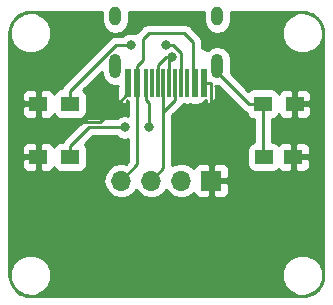
<source format=gtl>
G04 #@! TF.GenerationSoftware,KiCad,Pcbnew,(5.0.2)-1*
G04 #@! TF.CreationDate,2019-01-03T01:23:23-08:00*
G04 #@! TF.ProjectId,usb breakouts,75736220-6272-4656-916b-6f7574732e6b,rev?*
G04 #@! TF.SameCoordinates,Original*
G04 #@! TF.FileFunction,Copper,L1,Top*
G04 #@! TF.FilePolarity,Positive*
%FSLAX46Y46*%
G04 Gerber Fmt 4.6, Leading zero omitted, Abs format (unit mm)*
G04 Created by KiCad (PCBNEW (5.0.2)-1) date 1/3/2019 1:23:23 AM*
%MOMM*%
%LPD*%
G01*
G04 APERTURE LIST*
G04 #@! TA.AperFunction,SMDPad,CuDef*
%ADD10R,1.500000X1.250000*%
G04 #@! TD*
G04 #@! TA.AperFunction,ComponentPad*
%ADD11O,1.700000X1.700000*%
G04 #@! TD*
G04 #@! TA.AperFunction,ComponentPad*
%ADD12R,1.700000X1.700000*%
G04 #@! TD*
G04 #@! TA.AperFunction,SMDPad,CuDef*
%ADD13R,1.500000X1.300000*%
G04 #@! TD*
G04 #@! TA.AperFunction,ComponentPad*
%ADD14O,1.000000X1.600000*%
G04 #@! TD*
G04 #@! TA.AperFunction,ComponentPad*
%ADD15O,1.000000X2.100000*%
G04 #@! TD*
G04 #@! TA.AperFunction,SMDPad,CuDef*
%ADD16R,0.300000X2.450000*%
G04 #@! TD*
G04 #@! TA.AperFunction,SMDPad,CuDef*
%ADD17R,0.600000X2.450000*%
G04 #@! TD*
G04 #@! TA.AperFunction,ViaPad*
%ADD18C,0.800000*%
G04 #@! TD*
G04 #@! TA.AperFunction,Conductor*
%ADD19C,0.250000*%
G04 #@! TD*
G04 #@! TA.AperFunction,Conductor*
%ADD20C,0.254000*%
G04 #@! TD*
G04 APERTURE END LIST*
D10*
G04 #@! TO.P,C_SHIELD1,2*
G04 #@! TO.N,GND*
X24750000Y-13000000D03*
G04 #@! TO.P,C_SHIELD1,1*
G04 #@! TO.N,Net-(C_SHIELD1-Pad1)*
X22250000Y-13000000D03*
G04 #@! TD*
D11*
G04 #@! TO.P,J1,4*
G04 #@! TO.N,VCC*
X10180000Y-15000000D03*
G04 #@! TO.P,J1,3*
G04 #@! TO.N,Net-(J1-Pad3)*
X12720000Y-15000000D03*
G04 #@! TO.P,J1,2*
G04 #@! TO.N,Net-(J1-Pad2)*
X15260000Y-15000000D03*
D12*
G04 #@! TO.P,J1,1*
G04 #@! TO.N,GND*
X17800000Y-15000000D03*
G04 #@! TD*
D13*
G04 #@! TO.P,R_SHIELD1,2*
G04 #@! TO.N,GND*
X24850000Y-8500000D03*
G04 #@! TO.P,R_SHIELD1,1*
G04 #@! TO.N,Net-(C_SHIELD1-Pad1)*
X22150000Y-8500000D03*
G04 #@! TD*
G04 #@! TO.P,R_USB1,2*
G04 #@! TO.N,Net-(R_USB1-Pad2)*
X5850000Y-8500000D03*
G04 #@! TO.P,R_USB1,1*
G04 #@! TO.N,GND*
X3150000Y-8500000D03*
G04 #@! TD*
G04 #@! TO.P,R_USB2,1*
G04 #@! TO.N,GND*
X3150000Y-13000000D03*
G04 #@! TO.P,R_USB2,2*
G04 #@! TO.N,Net-(R_USB2-Pad2)*
X5850000Y-13000000D03*
G04 #@! TD*
D14*
G04 #@! TO.P,USB1,13*
G04 #@! TO.N,Net-(C_SHIELD1-Pad1)*
X9680000Y-1100000D03*
X18320000Y-1100000D03*
D15*
X9680000Y-5280000D03*
X18320000Y-5280000D03*
D16*
G04 #@! TO.P,USB1,6*
G04 #@! TO.N,Net-(J1-Pad2)*
X14250000Y-6695000D03*
G04 #@! TO.P,USB1,7*
G04 #@! TO.N,Net-(J1-Pad3)*
X13750000Y-6695000D03*
G04 #@! TO.P,USB1,8*
G04 #@! TO.N,Net-(J1-Pad2)*
X13250000Y-6695000D03*
G04 #@! TO.P,USB1,5*
G04 #@! TO.N,Net-(J1-Pad3)*
X14750000Y-6695000D03*
G04 #@! TO.P,USB1,9*
G04 #@! TO.N,Net-(USB1-Pad9)*
X12750000Y-6695000D03*
G04 #@! TO.P,USB1,4*
G04 #@! TO.N,Net-(R_USB1-Pad2)*
X15250000Y-6695000D03*
G04 #@! TO.P,USB1,10*
G04 #@! TO.N,Net-(R_USB2-Pad2)*
X12250000Y-6695000D03*
G04 #@! TO.P,USB1,3*
G04 #@! TO.N,Net-(USB1-Pad3)*
X15750000Y-6695000D03*
D17*
G04 #@! TO.P,USB1,2*
G04 #@! TO.N,VCC*
X16450000Y-6695000D03*
G04 #@! TO.P,USB1,11*
X11550000Y-6695000D03*
G04 #@! TO.P,USB1,1*
G04 #@! TO.N,GND*
X17225000Y-6695000D03*
G04 #@! TO.P,USB1,12*
X10775000Y-6695000D03*
G04 #@! TD*
D18*
G04 #@! TO.N,Net-(J1-Pad2)*
X14500000Y-4500000D03*
G04 #@! TO.N,Net-(R_USB1-Pad2)*
X14000000Y-3500000D03*
X11000000Y-3500000D03*
G04 #@! TO.N,Net-(R_USB2-Pad2)*
X12500000Y-10500000D03*
X10500000Y-10500000D03*
G04 #@! TD*
D19*
G04 #@! TO.N,GND*
X17800000Y-13900000D02*
X17800000Y-15000000D01*
X17800000Y-6720000D02*
X17800000Y-13900000D01*
X17775000Y-6695000D02*
X17800000Y-6720000D01*
X17225000Y-6695000D02*
X17775000Y-6695000D01*
X10775000Y-7620000D02*
X10775000Y-6695000D01*
X8395000Y-10000000D02*
X10775000Y-7620000D01*
X3750000Y-10000000D02*
X8395000Y-10000000D01*
X3150000Y-9400000D02*
X3750000Y-10000000D01*
X3150000Y-8500000D02*
X3150000Y-9400000D01*
G04 #@! TO.N,Net-(C_SHIELD1-Pad1)*
X21150000Y-8500000D02*
X22150000Y-8500000D01*
X20990000Y-8500000D02*
X21150000Y-8500000D01*
X18320000Y-5830000D02*
X20990000Y-8500000D01*
X18320000Y-5280000D02*
X18320000Y-5830000D01*
X22150000Y-12900000D02*
X22250000Y-13000000D01*
X22150000Y-8500000D02*
X22150000Y-12900000D01*
G04 #@! TO.N,Net-(J1-Pad3)*
X12720000Y-15000000D02*
X13750000Y-13970000D01*
X13750000Y-9170000D02*
X13750000Y-9500000D01*
X14750000Y-8170000D02*
X13750000Y-9170000D01*
X14750000Y-6695000D02*
X14750000Y-8170000D01*
X13750000Y-13970000D02*
X13750000Y-9500000D01*
X13750000Y-9500000D02*
X13750000Y-6695000D01*
G04 #@! TO.N,Net-(J1-Pad2)*
X14250000Y-6695000D02*
X14250000Y-4750000D01*
X14250000Y-4750000D02*
X14500000Y-4500000D01*
X13250000Y-5220000D02*
X13250000Y-6695000D01*
X13250000Y-5184315D02*
X13250000Y-5220000D01*
X13934315Y-4500000D02*
X13250000Y-5184315D01*
X14500000Y-4500000D02*
X13934315Y-4500000D01*
G04 #@! TO.N,Net-(R_USB1-Pad2)*
X14573002Y-3500000D02*
X14000000Y-3500000D01*
X15250000Y-6695000D02*
X15250000Y-4176998D01*
X15250000Y-4176998D02*
X14573002Y-3500000D01*
X5850000Y-7600000D02*
X5850000Y-8500000D01*
X5850000Y-7393260D02*
X5850000Y-7600000D01*
X9743260Y-3500000D02*
X5850000Y-7393260D01*
X11000000Y-3500000D02*
X9743260Y-3500000D01*
G04 #@! TO.N,Net-(R_USB2-Pad2)*
X12500000Y-8420000D02*
X12500000Y-10500000D01*
X12250000Y-6695000D02*
X12250000Y-8170000D01*
X12250000Y-8170000D02*
X12500000Y-8420000D01*
X5850000Y-12100000D02*
X5850000Y-13000000D01*
X7450000Y-10500000D02*
X5850000Y-12100000D01*
X10500000Y-10500000D02*
X7450000Y-10500000D01*
G04 #@! TO.N,VCC*
X16239999Y-6484999D02*
X16239999Y-3239999D01*
X16450000Y-6695000D02*
X16239999Y-6484999D01*
X16239999Y-3239999D02*
X15500000Y-2500000D01*
X15500000Y-2500000D02*
X12500000Y-2500000D01*
X12500000Y-2500000D02*
X12000000Y-3000000D01*
X11550000Y-5272002D02*
X11550000Y-6695000D01*
X12000000Y-4822002D02*
X11550000Y-5272002D01*
X12000000Y-3000000D02*
X12000000Y-4822002D01*
X11550000Y-13630000D02*
X11550000Y-6695000D01*
X10180000Y-15000000D02*
X11550000Y-13630000D01*
G04 #@! TD*
D20*
G04 #@! TO.N,GND*
G36*
X8545000Y-1511782D02*
X8610854Y-1842854D01*
X8861711Y-2218289D01*
X9237145Y-2469146D01*
X9680000Y-2557235D01*
X10122854Y-2469146D01*
X10498289Y-2218289D01*
X10749146Y-1842855D01*
X10815000Y-1511783D01*
X10815000Y-710000D01*
X17185000Y-710000D01*
X17185000Y-1511782D01*
X17250854Y-1842854D01*
X17501711Y-2218289D01*
X17877145Y-2469146D01*
X18320000Y-2557235D01*
X18762854Y-2469146D01*
X19138289Y-2218289D01*
X19180652Y-2154887D01*
X23765000Y-2154887D01*
X23765000Y-2845113D01*
X24029138Y-3482799D01*
X24517201Y-3970862D01*
X25154887Y-4235000D01*
X25845113Y-4235000D01*
X26482799Y-3970862D01*
X26970862Y-3482799D01*
X27235000Y-2845113D01*
X27235000Y-2154887D01*
X26970862Y-1517201D01*
X26482799Y-1029138D01*
X25845113Y-765000D01*
X25154887Y-765000D01*
X24517201Y-1029138D01*
X24029138Y-1517201D01*
X23765000Y-2154887D01*
X19180652Y-2154887D01*
X19389146Y-1842855D01*
X19455000Y-1511783D01*
X19455000Y-710000D01*
X25455335Y-710000D01*
X25943752Y-771701D01*
X26359620Y-936355D01*
X26721476Y-1199259D01*
X27006581Y-1543891D01*
X27197024Y-1948604D01*
X27287172Y-2421175D01*
X27290000Y-2511163D01*
X27290001Y-22955320D01*
X27228299Y-23443751D01*
X27063646Y-23859618D01*
X26800741Y-24221477D01*
X26456105Y-24506583D01*
X26051395Y-24697024D01*
X25578825Y-24787172D01*
X25488837Y-24790000D01*
X2544673Y-24790000D01*
X2056249Y-24728299D01*
X1640382Y-24563646D01*
X1278523Y-24300741D01*
X993417Y-23956105D01*
X802976Y-23551395D01*
X712828Y-23078825D01*
X710000Y-22988837D01*
X710000Y-22654887D01*
X765000Y-22654887D01*
X765000Y-23345113D01*
X1029138Y-23982799D01*
X1517201Y-24470862D01*
X2154887Y-24735000D01*
X2845113Y-24735000D01*
X3482799Y-24470862D01*
X3970862Y-23982799D01*
X4235000Y-23345113D01*
X4235000Y-22654887D01*
X23765000Y-22654887D01*
X23765000Y-23345113D01*
X24029138Y-23982799D01*
X24517201Y-24470862D01*
X25154887Y-24735000D01*
X25845113Y-24735000D01*
X26482799Y-24470862D01*
X26970862Y-23982799D01*
X27235000Y-23345113D01*
X27235000Y-22654887D01*
X26970862Y-22017201D01*
X26482799Y-21529138D01*
X25845113Y-21265000D01*
X25154887Y-21265000D01*
X24517201Y-21529138D01*
X24029138Y-22017201D01*
X23765000Y-22654887D01*
X4235000Y-22654887D01*
X3970862Y-22017201D01*
X3482799Y-21529138D01*
X2845113Y-21265000D01*
X2154887Y-21265000D01*
X1517201Y-21529138D01*
X1029138Y-22017201D01*
X765000Y-22654887D01*
X710000Y-22654887D01*
X710000Y-13285750D01*
X1765000Y-13285750D01*
X1765000Y-13776310D01*
X1861673Y-14009699D01*
X2040302Y-14188327D01*
X2273691Y-14285000D01*
X2864250Y-14285000D01*
X3023000Y-14126250D01*
X3023000Y-13127000D01*
X1923750Y-13127000D01*
X1765000Y-13285750D01*
X710000Y-13285750D01*
X710000Y-12223690D01*
X1765000Y-12223690D01*
X1765000Y-12714250D01*
X1923750Y-12873000D01*
X3023000Y-12873000D01*
X3023000Y-11873750D01*
X2864250Y-11715000D01*
X2273691Y-11715000D01*
X2040302Y-11811673D01*
X1861673Y-11990301D01*
X1765000Y-12223690D01*
X710000Y-12223690D01*
X710000Y-8785750D01*
X1765000Y-8785750D01*
X1765000Y-9276310D01*
X1861673Y-9509699D01*
X2040302Y-9688327D01*
X2273691Y-9785000D01*
X2864250Y-9785000D01*
X3023000Y-9626250D01*
X3023000Y-8627000D01*
X1923750Y-8627000D01*
X1765000Y-8785750D01*
X710000Y-8785750D01*
X710000Y-7723690D01*
X1765000Y-7723690D01*
X1765000Y-8214250D01*
X1923750Y-8373000D01*
X3023000Y-8373000D01*
X3023000Y-7373750D01*
X3277000Y-7373750D01*
X3277000Y-8373000D01*
X3297000Y-8373000D01*
X3297000Y-8627000D01*
X3277000Y-8627000D01*
X3277000Y-9626250D01*
X3435750Y-9785000D01*
X4026309Y-9785000D01*
X4259698Y-9688327D01*
X4438327Y-9509699D01*
X4496279Y-9369791D01*
X4501843Y-9397765D01*
X4642191Y-9607809D01*
X4852235Y-9748157D01*
X5100000Y-9797440D01*
X6600000Y-9797440D01*
X6847765Y-9748157D01*
X7057809Y-9607809D01*
X7198157Y-9397765D01*
X7247440Y-9150000D01*
X7247440Y-7850000D01*
X7198157Y-7602235D01*
X7057809Y-7392191D01*
X6978718Y-7339343D01*
X8545000Y-5773062D01*
X8545000Y-5941782D01*
X8610854Y-6272854D01*
X8861711Y-6648289D01*
X9237145Y-6899146D01*
X9680000Y-6987235D01*
X9871633Y-6949117D01*
X9840000Y-6980750D01*
X9840000Y-8046310D01*
X9936673Y-8279699D01*
X10115302Y-8458327D01*
X10348691Y-8555000D01*
X10489250Y-8555000D01*
X10648000Y-8396250D01*
X10648000Y-8148445D01*
X10651843Y-8167765D01*
X10790001Y-8374531D01*
X10790001Y-9499846D01*
X10705874Y-9465000D01*
X10294126Y-9465000D01*
X9913720Y-9622569D01*
X9796289Y-9740000D01*
X7524848Y-9740000D01*
X7450000Y-9725112D01*
X7375152Y-9740000D01*
X7375148Y-9740000D01*
X7201605Y-9774520D01*
X7153462Y-9784096D01*
X7001098Y-9885903D01*
X6902071Y-9952071D01*
X6859671Y-10015527D01*
X5365530Y-11509669D01*
X5302071Y-11552071D01*
X5201518Y-11702560D01*
X5100000Y-11702560D01*
X4852235Y-11751843D01*
X4642191Y-11892191D01*
X4501843Y-12102235D01*
X4496279Y-12130209D01*
X4438327Y-11990301D01*
X4259698Y-11811673D01*
X4026309Y-11715000D01*
X3435750Y-11715000D01*
X3277000Y-11873750D01*
X3277000Y-12873000D01*
X3297000Y-12873000D01*
X3297000Y-13127000D01*
X3277000Y-13127000D01*
X3277000Y-14126250D01*
X3435750Y-14285000D01*
X4026309Y-14285000D01*
X4259698Y-14188327D01*
X4438327Y-14009699D01*
X4496279Y-13869791D01*
X4501843Y-13897765D01*
X4642191Y-14107809D01*
X4852235Y-14248157D01*
X5100000Y-14297440D01*
X6600000Y-14297440D01*
X6847765Y-14248157D01*
X7057809Y-14107809D01*
X7198157Y-13897765D01*
X7247440Y-13650000D01*
X7247440Y-12350000D01*
X7198157Y-12102235D01*
X7087770Y-11937031D01*
X7764802Y-11260000D01*
X9796289Y-11260000D01*
X9913720Y-11377431D01*
X10294126Y-11535000D01*
X10705874Y-11535000D01*
X10790000Y-11500154D01*
X10790000Y-13315198D01*
X10546408Y-13558791D01*
X10326256Y-13515000D01*
X10033744Y-13515000D01*
X9600582Y-13601161D01*
X9109375Y-13929375D01*
X8781161Y-14420582D01*
X8665908Y-15000000D01*
X8781161Y-15579418D01*
X9109375Y-16070625D01*
X9600582Y-16398839D01*
X10033744Y-16485000D01*
X10326256Y-16485000D01*
X10759418Y-16398839D01*
X11250625Y-16070625D01*
X11450000Y-15772239D01*
X11649375Y-16070625D01*
X12140582Y-16398839D01*
X12573744Y-16485000D01*
X12866256Y-16485000D01*
X13299418Y-16398839D01*
X13790625Y-16070625D01*
X13990000Y-15772239D01*
X14189375Y-16070625D01*
X14680582Y-16398839D01*
X15113744Y-16485000D01*
X15406256Y-16485000D01*
X15839418Y-16398839D01*
X16330625Y-16070625D01*
X16345096Y-16048967D01*
X16411673Y-16209698D01*
X16590301Y-16388327D01*
X16823690Y-16485000D01*
X17514250Y-16485000D01*
X17673000Y-16326250D01*
X17673000Y-15127000D01*
X17927000Y-15127000D01*
X17927000Y-16326250D01*
X18085750Y-16485000D01*
X18776310Y-16485000D01*
X19009699Y-16388327D01*
X19188327Y-16209698D01*
X19285000Y-15976309D01*
X19285000Y-15285750D01*
X19126250Y-15127000D01*
X17927000Y-15127000D01*
X17673000Y-15127000D01*
X17653000Y-15127000D01*
X17653000Y-14873000D01*
X17673000Y-14873000D01*
X17673000Y-13673750D01*
X17927000Y-13673750D01*
X17927000Y-14873000D01*
X19126250Y-14873000D01*
X19285000Y-14714250D01*
X19285000Y-14023691D01*
X19188327Y-13790302D01*
X19009699Y-13611673D01*
X18776310Y-13515000D01*
X18085750Y-13515000D01*
X17927000Y-13673750D01*
X17673000Y-13673750D01*
X17514250Y-13515000D01*
X16823690Y-13515000D01*
X16590301Y-13611673D01*
X16411673Y-13790302D01*
X16345096Y-13951033D01*
X16330625Y-13929375D01*
X15839418Y-13601161D01*
X15406256Y-13515000D01*
X15113744Y-13515000D01*
X14680582Y-13601161D01*
X14510000Y-13715140D01*
X14510000Y-9484801D01*
X15234473Y-8760329D01*
X15297929Y-8717929D01*
X15398483Y-8567440D01*
X15400000Y-8567440D01*
X15500000Y-8547549D01*
X15600000Y-8567440D01*
X15900000Y-8567440D01*
X16025000Y-8542576D01*
X16150000Y-8567440D01*
X16750000Y-8567440D01*
X16812541Y-8555000D01*
X16939250Y-8555000D01*
X16970712Y-8523538D01*
X16997765Y-8518157D01*
X17207809Y-8377809D01*
X17348157Y-8167765D01*
X17352000Y-8148445D01*
X17352000Y-8396250D01*
X17510750Y-8555000D01*
X17651309Y-8555000D01*
X17884698Y-8458327D01*
X18063327Y-8279699D01*
X18160000Y-8046310D01*
X18160000Y-6980750D01*
X18128367Y-6949117D01*
X18320000Y-6987235D01*
X18388757Y-6973558D01*
X20399671Y-8984473D01*
X20442071Y-9047929D01*
X20693463Y-9215904D01*
X20768644Y-9230858D01*
X20801843Y-9397765D01*
X20942191Y-9607809D01*
X21152235Y-9748157D01*
X21390000Y-9795451D01*
X21390001Y-11749440D01*
X21252235Y-11776843D01*
X21042191Y-11917191D01*
X20901843Y-12127235D01*
X20852560Y-12375000D01*
X20852560Y-13625000D01*
X20901843Y-13872765D01*
X21042191Y-14082809D01*
X21252235Y-14223157D01*
X21500000Y-14272440D01*
X23000000Y-14272440D01*
X23247765Y-14223157D01*
X23457809Y-14082809D01*
X23498654Y-14021680D01*
X23640302Y-14163327D01*
X23873691Y-14260000D01*
X24464250Y-14260000D01*
X24623000Y-14101250D01*
X24623000Y-13127000D01*
X24877000Y-13127000D01*
X24877000Y-14101250D01*
X25035750Y-14260000D01*
X25626309Y-14260000D01*
X25859698Y-14163327D01*
X26038327Y-13984699D01*
X26135000Y-13751310D01*
X26135000Y-13285750D01*
X25976250Y-13127000D01*
X24877000Y-13127000D01*
X24623000Y-13127000D01*
X24603000Y-13127000D01*
X24603000Y-12873000D01*
X24623000Y-12873000D01*
X24623000Y-11898750D01*
X24877000Y-11898750D01*
X24877000Y-12873000D01*
X25976250Y-12873000D01*
X26135000Y-12714250D01*
X26135000Y-12248690D01*
X26038327Y-12015301D01*
X25859698Y-11836673D01*
X25626309Y-11740000D01*
X25035750Y-11740000D01*
X24877000Y-11898750D01*
X24623000Y-11898750D01*
X24464250Y-11740000D01*
X23873691Y-11740000D01*
X23640302Y-11836673D01*
X23498654Y-11978320D01*
X23457809Y-11917191D01*
X23247765Y-11776843D01*
X23000000Y-11727560D01*
X22910000Y-11727560D01*
X22910000Y-9795451D01*
X23147765Y-9748157D01*
X23357809Y-9607809D01*
X23498157Y-9397765D01*
X23503721Y-9369791D01*
X23561673Y-9509699D01*
X23740302Y-9688327D01*
X23973691Y-9785000D01*
X24564250Y-9785000D01*
X24723000Y-9626250D01*
X24723000Y-8627000D01*
X24977000Y-8627000D01*
X24977000Y-9626250D01*
X25135750Y-9785000D01*
X25726309Y-9785000D01*
X25959698Y-9688327D01*
X26138327Y-9509699D01*
X26235000Y-9276310D01*
X26235000Y-8785750D01*
X26076250Y-8627000D01*
X24977000Y-8627000D01*
X24723000Y-8627000D01*
X24703000Y-8627000D01*
X24703000Y-8373000D01*
X24723000Y-8373000D01*
X24723000Y-7373750D01*
X24977000Y-7373750D01*
X24977000Y-8373000D01*
X26076250Y-8373000D01*
X26235000Y-8214250D01*
X26235000Y-7723690D01*
X26138327Y-7490301D01*
X25959698Y-7311673D01*
X25726309Y-7215000D01*
X25135750Y-7215000D01*
X24977000Y-7373750D01*
X24723000Y-7373750D01*
X24564250Y-7215000D01*
X23973691Y-7215000D01*
X23740302Y-7311673D01*
X23561673Y-7490301D01*
X23503721Y-7630209D01*
X23498157Y-7602235D01*
X23357809Y-7392191D01*
X23147765Y-7251843D01*
X22900000Y-7202560D01*
X21400000Y-7202560D01*
X21152235Y-7251843D01*
X20951064Y-7386262D01*
X19455000Y-5890199D01*
X19455000Y-4618217D01*
X19389146Y-4287145D01*
X19138289Y-3911711D01*
X18762855Y-3660854D01*
X18320000Y-3572765D01*
X17877146Y-3660854D01*
X17501712Y-3911711D01*
X17464720Y-3967074D01*
X17433797Y-3936151D01*
X17080956Y-3790000D01*
X16999999Y-3790000D01*
X16999999Y-3314847D01*
X17014887Y-3239999D01*
X16999999Y-3165151D01*
X16999999Y-3165147D01*
X16955903Y-2943462D01*
X16787928Y-2692070D01*
X16724472Y-2649670D01*
X16090331Y-2015530D01*
X16047929Y-1952071D01*
X15796537Y-1784096D01*
X15574852Y-1740000D01*
X15574847Y-1740000D01*
X15500000Y-1725112D01*
X15425153Y-1740000D01*
X12574848Y-1740000D01*
X12500000Y-1725112D01*
X12425152Y-1740000D01*
X12425148Y-1740000D01*
X12251605Y-1774520D01*
X12203462Y-1784096D01*
X12115524Y-1842855D01*
X11952071Y-1952071D01*
X11909671Y-2015528D01*
X11515529Y-2409669D01*
X11452071Y-2452071D01*
X11391936Y-2542069D01*
X11205874Y-2465000D01*
X10794126Y-2465000D01*
X10413720Y-2622569D01*
X10296289Y-2740000D01*
X9818106Y-2740000D01*
X9743259Y-2725112D01*
X9668412Y-2740000D01*
X9668408Y-2740000D01*
X9446723Y-2784096D01*
X9195331Y-2952071D01*
X9152931Y-3015527D01*
X5365530Y-6802929D01*
X5302071Y-6845331D01*
X5134096Y-7096724D01*
X5113044Y-7202560D01*
X5100000Y-7202560D01*
X4852235Y-7251843D01*
X4642191Y-7392191D01*
X4501843Y-7602235D01*
X4496279Y-7630209D01*
X4438327Y-7490301D01*
X4259698Y-7311673D01*
X4026309Y-7215000D01*
X3435750Y-7215000D01*
X3277000Y-7373750D01*
X3023000Y-7373750D01*
X2864250Y-7215000D01*
X2273691Y-7215000D01*
X2040302Y-7311673D01*
X1861673Y-7490301D01*
X1765000Y-7723690D01*
X710000Y-7723690D01*
X710000Y-2544665D01*
X759240Y-2154887D01*
X765000Y-2154887D01*
X765000Y-2845113D01*
X1029138Y-3482799D01*
X1517201Y-3970862D01*
X2154887Y-4235000D01*
X2845113Y-4235000D01*
X3482799Y-3970862D01*
X3970862Y-3482799D01*
X4235000Y-2845113D01*
X4235000Y-2154887D01*
X3970862Y-1517201D01*
X3482799Y-1029138D01*
X2845113Y-765000D01*
X2154887Y-765000D01*
X1517201Y-1029138D01*
X1029138Y-1517201D01*
X765000Y-2154887D01*
X759240Y-2154887D01*
X771701Y-2056248D01*
X936355Y-1640380D01*
X1199259Y-1278524D01*
X1543891Y-993419D01*
X1948604Y-802976D01*
X2421175Y-712828D01*
X2511163Y-710000D01*
X8545000Y-710000D01*
X8545000Y-1511782D01*
X8545000Y-1511782D01*
G37*
X8545000Y-1511782D02*
X8610854Y-1842854D01*
X8861711Y-2218289D01*
X9237145Y-2469146D01*
X9680000Y-2557235D01*
X10122854Y-2469146D01*
X10498289Y-2218289D01*
X10749146Y-1842855D01*
X10815000Y-1511783D01*
X10815000Y-710000D01*
X17185000Y-710000D01*
X17185000Y-1511782D01*
X17250854Y-1842854D01*
X17501711Y-2218289D01*
X17877145Y-2469146D01*
X18320000Y-2557235D01*
X18762854Y-2469146D01*
X19138289Y-2218289D01*
X19180652Y-2154887D01*
X23765000Y-2154887D01*
X23765000Y-2845113D01*
X24029138Y-3482799D01*
X24517201Y-3970862D01*
X25154887Y-4235000D01*
X25845113Y-4235000D01*
X26482799Y-3970862D01*
X26970862Y-3482799D01*
X27235000Y-2845113D01*
X27235000Y-2154887D01*
X26970862Y-1517201D01*
X26482799Y-1029138D01*
X25845113Y-765000D01*
X25154887Y-765000D01*
X24517201Y-1029138D01*
X24029138Y-1517201D01*
X23765000Y-2154887D01*
X19180652Y-2154887D01*
X19389146Y-1842855D01*
X19455000Y-1511783D01*
X19455000Y-710000D01*
X25455335Y-710000D01*
X25943752Y-771701D01*
X26359620Y-936355D01*
X26721476Y-1199259D01*
X27006581Y-1543891D01*
X27197024Y-1948604D01*
X27287172Y-2421175D01*
X27290000Y-2511163D01*
X27290001Y-22955320D01*
X27228299Y-23443751D01*
X27063646Y-23859618D01*
X26800741Y-24221477D01*
X26456105Y-24506583D01*
X26051395Y-24697024D01*
X25578825Y-24787172D01*
X25488837Y-24790000D01*
X2544673Y-24790000D01*
X2056249Y-24728299D01*
X1640382Y-24563646D01*
X1278523Y-24300741D01*
X993417Y-23956105D01*
X802976Y-23551395D01*
X712828Y-23078825D01*
X710000Y-22988837D01*
X710000Y-22654887D01*
X765000Y-22654887D01*
X765000Y-23345113D01*
X1029138Y-23982799D01*
X1517201Y-24470862D01*
X2154887Y-24735000D01*
X2845113Y-24735000D01*
X3482799Y-24470862D01*
X3970862Y-23982799D01*
X4235000Y-23345113D01*
X4235000Y-22654887D01*
X23765000Y-22654887D01*
X23765000Y-23345113D01*
X24029138Y-23982799D01*
X24517201Y-24470862D01*
X25154887Y-24735000D01*
X25845113Y-24735000D01*
X26482799Y-24470862D01*
X26970862Y-23982799D01*
X27235000Y-23345113D01*
X27235000Y-22654887D01*
X26970862Y-22017201D01*
X26482799Y-21529138D01*
X25845113Y-21265000D01*
X25154887Y-21265000D01*
X24517201Y-21529138D01*
X24029138Y-22017201D01*
X23765000Y-22654887D01*
X4235000Y-22654887D01*
X3970862Y-22017201D01*
X3482799Y-21529138D01*
X2845113Y-21265000D01*
X2154887Y-21265000D01*
X1517201Y-21529138D01*
X1029138Y-22017201D01*
X765000Y-22654887D01*
X710000Y-22654887D01*
X710000Y-13285750D01*
X1765000Y-13285750D01*
X1765000Y-13776310D01*
X1861673Y-14009699D01*
X2040302Y-14188327D01*
X2273691Y-14285000D01*
X2864250Y-14285000D01*
X3023000Y-14126250D01*
X3023000Y-13127000D01*
X1923750Y-13127000D01*
X1765000Y-13285750D01*
X710000Y-13285750D01*
X710000Y-12223690D01*
X1765000Y-12223690D01*
X1765000Y-12714250D01*
X1923750Y-12873000D01*
X3023000Y-12873000D01*
X3023000Y-11873750D01*
X2864250Y-11715000D01*
X2273691Y-11715000D01*
X2040302Y-11811673D01*
X1861673Y-11990301D01*
X1765000Y-12223690D01*
X710000Y-12223690D01*
X710000Y-8785750D01*
X1765000Y-8785750D01*
X1765000Y-9276310D01*
X1861673Y-9509699D01*
X2040302Y-9688327D01*
X2273691Y-9785000D01*
X2864250Y-9785000D01*
X3023000Y-9626250D01*
X3023000Y-8627000D01*
X1923750Y-8627000D01*
X1765000Y-8785750D01*
X710000Y-8785750D01*
X710000Y-7723690D01*
X1765000Y-7723690D01*
X1765000Y-8214250D01*
X1923750Y-8373000D01*
X3023000Y-8373000D01*
X3023000Y-7373750D01*
X3277000Y-7373750D01*
X3277000Y-8373000D01*
X3297000Y-8373000D01*
X3297000Y-8627000D01*
X3277000Y-8627000D01*
X3277000Y-9626250D01*
X3435750Y-9785000D01*
X4026309Y-9785000D01*
X4259698Y-9688327D01*
X4438327Y-9509699D01*
X4496279Y-9369791D01*
X4501843Y-9397765D01*
X4642191Y-9607809D01*
X4852235Y-9748157D01*
X5100000Y-9797440D01*
X6600000Y-9797440D01*
X6847765Y-9748157D01*
X7057809Y-9607809D01*
X7198157Y-9397765D01*
X7247440Y-9150000D01*
X7247440Y-7850000D01*
X7198157Y-7602235D01*
X7057809Y-7392191D01*
X6978718Y-7339343D01*
X8545000Y-5773062D01*
X8545000Y-5941782D01*
X8610854Y-6272854D01*
X8861711Y-6648289D01*
X9237145Y-6899146D01*
X9680000Y-6987235D01*
X9871633Y-6949117D01*
X9840000Y-6980750D01*
X9840000Y-8046310D01*
X9936673Y-8279699D01*
X10115302Y-8458327D01*
X10348691Y-8555000D01*
X10489250Y-8555000D01*
X10648000Y-8396250D01*
X10648000Y-8148445D01*
X10651843Y-8167765D01*
X10790001Y-8374531D01*
X10790001Y-9499846D01*
X10705874Y-9465000D01*
X10294126Y-9465000D01*
X9913720Y-9622569D01*
X9796289Y-9740000D01*
X7524848Y-9740000D01*
X7450000Y-9725112D01*
X7375152Y-9740000D01*
X7375148Y-9740000D01*
X7201605Y-9774520D01*
X7153462Y-9784096D01*
X7001098Y-9885903D01*
X6902071Y-9952071D01*
X6859671Y-10015527D01*
X5365530Y-11509669D01*
X5302071Y-11552071D01*
X5201518Y-11702560D01*
X5100000Y-11702560D01*
X4852235Y-11751843D01*
X4642191Y-11892191D01*
X4501843Y-12102235D01*
X4496279Y-12130209D01*
X4438327Y-11990301D01*
X4259698Y-11811673D01*
X4026309Y-11715000D01*
X3435750Y-11715000D01*
X3277000Y-11873750D01*
X3277000Y-12873000D01*
X3297000Y-12873000D01*
X3297000Y-13127000D01*
X3277000Y-13127000D01*
X3277000Y-14126250D01*
X3435750Y-14285000D01*
X4026309Y-14285000D01*
X4259698Y-14188327D01*
X4438327Y-14009699D01*
X4496279Y-13869791D01*
X4501843Y-13897765D01*
X4642191Y-14107809D01*
X4852235Y-14248157D01*
X5100000Y-14297440D01*
X6600000Y-14297440D01*
X6847765Y-14248157D01*
X7057809Y-14107809D01*
X7198157Y-13897765D01*
X7247440Y-13650000D01*
X7247440Y-12350000D01*
X7198157Y-12102235D01*
X7087770Y-11937031D01*
X7764802Y-11260000D01*
X9796289Y-11260000D01*
X9913720Y-11377431D01*
X10294126Y-11535000D01*
X10705874Y-11535000D01*
X10790000Y-11500154D01*
X10790000Y-13315198D01*
X10546408Y-13558791D01*
X10326256Y-13515000D01*
X10033744Y-13515000D01*
X9600582Y-13601161D01*
X9109375Y-13929375D01*
X8781161Y-14420582D01*
X8665908Y-15000000D01*
X8781161Y-15579418D01*
X9109375Y-16070625D01*
X9600582Y-16398839D01*
X10033744Y-16485000D01*
X10326256Y-16485000D01*
X10759418Y-16398839D01*
X11250625Y-16070625D01*
X11450000Y-15772239D01*
X11649375Y-16070625D01*
X12140582Y-16398839D01*
X12573744Y-16485000D01*
X12866256Y-16485000D01*
X13299418Y-16398839D01*
X13790625Y-16070625D01*
X13990000Y-15772239D01*
X14189375Y-16070625D01*
X14680582Y-16398839D01*
X15113744Y-16485000D01*
X15406256Y-16485000D01*
X15839418Y-16398839D01*
X16330625Y-16070625D01*
X16345096Y-16048967D01*
X16411673Y-16209698D01*
X16590301Y-16388327D01*
X16823690Y-16485000D01*
X17514250Y-16485000D01*
X17673000Y-16326250D01*
X17673000Y-15127000D01*
X17927000Y-15127000D01*
X17927000Y-16326250D01*
X18085750Y-16485000D01*
X18776310Y-16485000D01*
X19009699Y-16388327D01*
X19188327Y-16209698D01*
X19285000Y-15976309D01*
X19285000Y-15285750D01*
X19126250Y-15127000D01*
X17927000Y-15127000D01*
X17673000Y-15127000D01*
X17653000Y-15127000D01*
X17653000Y-14873000D01*
X17673000Y-14873000D01*
X17673000Y-13673750D01*
X17927000Y-13673750D01*
X17927000Y-14873000D01*
X19126250Y-14873000D01*
X19285000Y-14714250D01*
X19285000Y-14023691D01*
X19188327Y-13790302D01*
X19009699Y-13611673D01*
X18776310Y-13515000D01*
X18085750Y-13515000D01*
X17927000Y-13673750D01*
X17673000Y-13673750D01*
X17514250Y-13515000D01*
X16823690Y-13515000D01*
X16590301Y-13611673D01*
X16411673Y-13790302D01*
X16345096Y-13951033D01*
X16330625Y-13929375D01*
X15839418Y-13601161D01*
X15406256Y-13515000D01*
X15113744Y-13515000D01*
X14680582Y-13601161D01*
X14510000Y-13715140D01*
X14510000Y-9484801D01*
X15234473Y-8760329D01*
X15297929Y-8717929D01*
X15398483Y-8567440D01*
X15400000Y-8567440D01*
X15500000Y-8547549D01*
X15600000Y-8567440D01*
X15900000Y-8567440D01*
X16025000Y-8542576D01*
X16150000Y-8567440D01*
X16750000Y-8567440D01*
X16812541Y-8555000D01*
X16939250Y-8555000D01*
X16970712Y-8523538D01*
X16997765Y-8518157D01*
X17207809Y-8377809D01*
X17348157Y-8167765D01*
X17352000Y-8148445D01*
X17352000Y-8396250D01*
X17510750Y-8555000D01*
X17651309Y-8555000D01*
X17884698Y-8458327D01*
X18063327Y-8279699D01*
X18160000Y-8046310D01*
X18160000Y-6980750D01*
X18128367Y-6949117D01*
X18320000Y-6987235D01*
X18388757Y-6973558D01*
X20399671Y-8984473D01*
X20442071Y-9047929D01*
X20693463Y-9215904D01*
X20768644Y-9230858D01*
X20801843Y-9397765D01*
X20942191Y-9607809D01*
X21152235Y-9748157D01*
X21390000Y-9795451D01*
X21390001Y-11749440D01*
X21252235Y-11776843D01*
X21042191Y-11917191D01*
X20901843Y-12127235D01*
X20852560Y-12375000D01*
X20852560Y-13625000D01*
X20901843Y-13872765D01*
X21042191Y-14082809D01*
X21252235Y-14223157D01*
X21500000Y-14272440D01*
X23000000Y-14272440D01*
X23247765Y-14223157D01*
X23457809Y-14082809D01*
X23498654Y-14021680D01*
X23640302Y-14163327D01*
X23873691Y-14260000D01*
X24464250Y-14260000D01*
X24623000Y-14101250D01*
X24623000Y-13127000D01*
X24877000Y-13127000D01*
X24877000Y-14101250D01*
X25035750Y-14260000D01*
X25626309Y-14260000D01*
X25859698Y-14163327D01*
X26038327Y-13984699D01*
X26135000Y-13751310D01*
X26135000Y-13285750D01*
X25976250Y-13127000D01*
X24877000Y-13127000D01*
X24623000Y-13127000D01*
X24603000Y-13127000D01*
X24603000Y-12873000D01*
X24623000Y-12873000D01*
X24623000Y-11898750D01*
X24877000Y-11898750D01*
X24877000Y-12873000D01*
X25976250Y-12873000D01*
X26135000Y-12714250D01*
X26135000Y-12248690D01*
X26038327Y-12015301D01*
X25859698Y-11836673D01*
X25626309Y-11740000D01*
X25035750Y-11740000D01*
X24877000Y-11898750D01*
X24623000Y-11898750D01*
X24464250Y-11740000D01*
X23873691Y-11740000D01*
X23640302Y-11836673D01*
X23498654Y-11978320D01*
X23457809Y-11917191D01*
X23247765Y-11776843D01*
X23000000Y-11727560D01*
X22910000Y-11727560D01*
X22910000Y-9795451D01*
X23147765Y-9748157D01*
X23357809Y-9607809D01*
X23498157Y-9397765D01*
X23503721Y-9369791D01*
X23561673Y-9509699D01*
X23740302Y-9688327D01*
X23973691Y-9785000D01*
X24564250Y-9785000D01*
X24723000Y-9626250D01*
X24723000Y-8627000D01*
X24977000Y-8627000D01*
X24977000Y-9626250D01*
X25135750Y-9785000D01*
X25726309Y-9785000D01*
X25959698Y-9688327D01*
X26138327Y-9509699D01*
X26235000Y-9276310D01*
X26235000Y-8785750D01*
X26076250Y-8627000D01*
X24977000Y-8627000D01*
X24723000Y-8627000D01*
X24703000Y-8627000D01*
X24703000Y-8373000D01*
X24723000Y-8373000D01*
X24723000Y-7373750D01*
X24977000Y-7373750D01*
X24977000Y-8373000D01*
X26076250Y-8373000D01*
X26235000Y-8214250D01*
X26235000Y-7723690D01*
X26138327Y-7490301D01*
X25959698Y-7311673D01*
X25726309Y-7215000D01*
X25135750Y-7215000D01*
X24977000Y-7373750D01*
X24723000Y-7373750D01*
X24564250Y-7215000D01*
X23973691Y-7215000D01*
X23740302Y-7311673D01*
X23561673Y-7490301D01*
X23503721Y-7630209D01*
X23498157Y-7602235D01*
X23357809Y-7392191D01*
X23147765Y-7251843D01*
X22900000Y-7202560D01*
X21400000Y-7202560D01*
X21152235Y-7251843D01*
X20951064Y-7386262D01*
X19455000Y-5890199D01*
X19455000Y-4618217D01*
X19389146Y-4287145D01*
X19138289Y-3911711D01*
X18762855Y-3660854D01*
X18320000Y-3572765D01*
X17877146Y-3660854D01*
X17501712Y-3911711D01*
X17464720Y-3967074D01*
X17433797Y-3936151D01*
X17080956Y-3790000D01*
X16999999Y-3790000D01*
X16999999Y-3314847D01*
X17014887Y-3239999D01*
X16999999Y-3165151D01*
X16999999Y-3165147D01*
X16955903Y-2943462D01*
X16787928Y-2692070D01*
X16724472Y-2649670D01*
X16090331Y-2015530D01*
X16047929Y-1952071D01*
X15796537Y-1784096D01*
X15574852Y-1740000D01*
X15574847Y-1740000D01*
X15500000Y-1725112D01*
X15425153Y-1740000D01*
X12574848Y-1740000D01*
X12500000Y-1725112D01*
X12425152Y-1740000D01*
X12425148Y-1740000D01*
X12251605Y-1774520D01*
X12203462Y-1784096D01*
X12115524Y-1842855D01*
X11952071Y-1952071D01*
X11909671Y-2015528D01*
X11515529Y-2409669D01*
X11452071Y-2452071D01*
X11391936Y-2542069D01*
X11205874Y-2465000D01*
X10794126Y-2465000D01*
X10413720Y-2622569D01*
X10296289Y-2740000D01*
X9818106Y-2740000D01*
X9743259Y-2725112D01*
X9668412Y-2740000D01*
X9668408Y-2740000D01*
X9446723Y-2784096D01*
X9195331Y-2952071D01*
X9152931Y-3015527D01*
X5365530Y-6802929D01*
X5302071Y-6845331D01*
X5134096Y-7096724D01*
X5113044Y-7202560D01*
X5100000Y-7202560D01*
X4852235Y-7251843D01*
X4642191Y-7392191D01*
X4501843Y-7602235D01*
X4496279Y-7630209D01*
X4438327Y-7490301D01*
X4259698Y-7311673D01*
X4026309Y-7215000D01*
X3435750Y-7215000D01*
X3277000Y-7373750D01*
X3023000Y-7373750D01*
X2864250Y-7215000D01*
X2273691Y-7215000D01*
X2040302Y-7311673D01*
X1861673Y-7490301D01*
X1765000Y-7723690D01*
X710000Y-7723690D01*
X710000Y-2544665D01*
X759240Y-2154887D01*
X765000Y-2154887D01*
X765000Y-2845113D01*
X1029138Y-3482799D01*
X1517201Y-3970862D01*
X2154887Y-4235000D01*
X2845113Y-4235000D01*
X3482799Y-3970862D01*
X3970862Y-3482799D01*
X4235000Y-2845113D01*
X4235000Y-2154887D01*
X3970862Y-1517201D01*
X3482799Y-1029138D01*
X2845113Y-765000D01*
X2154887Y-765000D01*
X1517201Y-1029138D01*
X1029138Y-1517201D01*
X765000Y-2154887D01*
X759240Y-2154887D01*
X771701Y-2056248D01*
X936355Y-1640380D01*
X1199259Y-1278524D01*
X1543891Y-993419D01*
X1948604Y-802976D01*
X2421175Y-712828D01*
X2511163Y-710000D01*
X8545000Y-710000D01*
X8545000Y-1511782D01*
G04 #@! TD*
M02*

</source>
